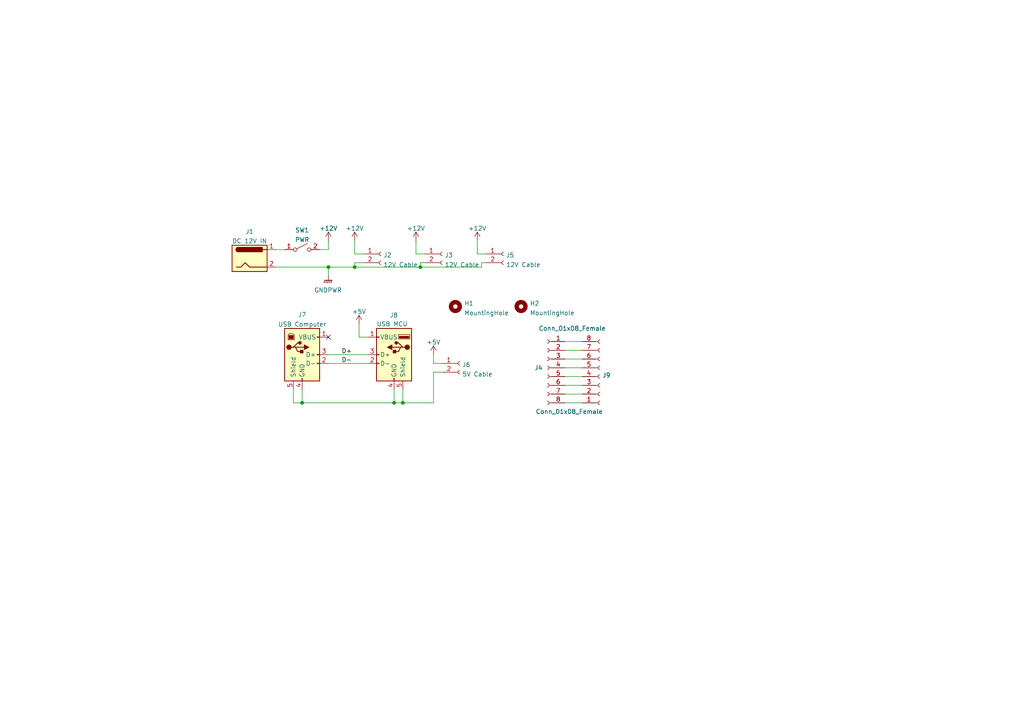
<source format=kicad_sch>
(kicad_sch (version 20211123) (generator eeschema)
  (paper "A4")
  (lib_symbols
    (symbol "Connector:Barrel_Jack" (pin_names (offset 1.016))
      (property "Reference" "J" (at 0 5.334 0))
      (property "Value" "Barrel_Jack" (at 0 -5.08 0))
      (symbol "Barrel_Jack_0_1"
        (rectangle (start -5.08 3.81) (end 5.08 -3.81) (stroke (width 0.254)) (fill (type background)))
        (arc (start -3.302 3.175) (mid -3.937 2.54) (end -3.302 1.905) (stroke (width 0.254)))
        (arc (start -3.302 3.175) (mid -3.937 2.54) (end -3.302 1.905) (stroke (width 0.254)) (fill (type outline)))
        (polyline (pts (xy 5.08 2.54) (xy 3.81 2.54)) (stroke (width 0.254)))
        (polyline (pts (xy -3.81 -2.54) (xy -2.54 -2.54) (xy -1.27 -1.27) (xy 0 -2.54) (xy 2.54 -2.54) (xy 5.08 -2.54)) (stroke (width 0.254)))
        (rectangle (start 3.683 3.175) (end -3.302 1.905) (stroke (width 0.254)) (fill (type outline)))
      )
      (symbol "Barrel_Jack_1_1"
        (pin passive line (at 7.62 2.54 180) (length 2.54) (name "~") (number "1"))
        (pin passive line (at 7.62 -2.54 180) (length 2.54) (name "~") (number "2"))
      )
    )
    (symbol "Connector:Conn_01x02_Female" (pin_names (offset 1.016) hide)
      (property "Reference" "J" (at 0 2.54 0))
      (property "Value" "Conn_01x02_Female" (at 0 -5.08 0))
      (symbol "Conn_01x02_Female_1_1"
        (arc (start 0 -2.032) (mid -0.508 -2.54) (end 0 -3.048) (stroke (width 0.1524)))
        (polyline (pts (xy -1.27 -2.54) (xy -0.508 -2.54)) (stroke (width 0.1524)))
        (polyline (pts (xy -1.27 0) (xy -0.508 0)) (stroke (width 0.1524)))
        (arc (start 0 0.508) (mid -0.508 0) (end 0 -0.508) (stroke (width 0.1524)))
        (pin passive line (at -5.08 0 0) (length 3.81) (name "Pin_1") (number "1"))
        (pin passive line (at -5.08 -2.54 0) (length 3.81) (name "Pin_2") (number "2"))
      )
    )
    (symbol "Connector:Conn_01x08_Female" (pin_names (offset 1.016) hide)
      (property "Reference" "J" (at 0 10.16 0))
      (property "Value" "Conn_01x08_Female" (at 0 -12.7 0))
      (symbol "Conn_01x08_Female_1_1"
        (arc (start 0 -9.652) (mid -0.508 -10.16) (end 0 -10.668) (stroke (width 0.1524)))
        (arc (start 0 -7.112) (mid -0.508 -7.62) (end 0 -8.128) (stroke (width 0.1524)))
        (arc (start 0 -4.572) (mid -0.508 -5.08) (end 0 -5.588) (stroke (width 0.1524)))
        (arc (start 0 -2.032) (mid -0.508 -2.54) (end 0 -3.048) (stroke (width 0.1524)))
        (polyline (pts (xy -1.27 -10.16) (xy -0.508 -10.16)) (stroke (width 0.1524)))
        (polyline (pts (xy -1.27 -7.62) (xy -0.508 -7.62)) (stroke (width 0.1524)))
        (polyline (pts (xy -1.27 -5.08) (xy -0.508 -5.08)) (stroke (width 0.1524)))
        (polyline (pts (xy -1.27 -2.54) (xy -0.508 -2.54)) (stroke (width 0.1524)))
        (polyline (pts (xy -1.27 0) (xy -0.508 0)) (stroke (width 0.1524)))
        (polyline (pts (xy -1.27 2.54) (xy -0.508 2.54)) (stroke (width 0.1524)))
        (polyline (pts (xy -1.27 5.08) (xy -0.508 5.08)) (stroke (width 0.1524)))
        (polyline (pts (xy -1.27 7.62) (xy -0.508 7.62)) (stroke (width 0.1524)))
        (arc (start 0 0.508) (mid -0.508 0) (end 0 -0.508) (stroke (width 0.1524)))
        (arc (start 0 3.048) (mid -0.508 2.54) (end 0 2.032) (stroke (width 0.1524)))
        (arc (start 0 5.588) (mid -0.508 5.08) (end 0 4.572) (stroke (width 0.1524)))
        (arc (start 0 8.128) (mid -0.508 7.62) (end 0 7.112) (stroke (width 0.1524)))
        (pin passive line (at -5.08 7.62 0) (length 3.81) (name "Pin_1") (number "1"))
        (pin passive line (at -5.08 5.08 0) (length 3.81) (name "Pin_2") (number "2"))
        (pin passive line (at -5.08 2.54 0) (length 3.81) (name "Pin_3") (number "3"))
        (pin passive line (at -5.08 0 0) (length 3.81) (name "Pin_4") (number "4"))
        (pin passive line (at -5.08 -2.54 0) (length 3.81) (name "Pin_5") (number "5"))
        (pin passive line (at -5.08 -5.08 0) (length 3.81) (name "Pin_6") (number "6"))
        (pin passive line (at -5.08 -7.62 0) (length 3.81) (name "Pin_7") (number "7"))
        (pin passive line (at -5.08 -10.16 0) (length 3.81) (name "Pin_8") (number "8"))
      )
    )
    (symbol "Connector:USB_A" (pin_names (offset 1.016))
      (property "Reference" "J" (at -5.08 11.43 0))
      (property "Value" "USB_A" (at -5.08 8.89 0))
      (symbol "USB_A_0_1"
        (rectangle (start -5.08 -7.62) (end 5.08 7.62) (stroke (width 0.254)) (fill (type background)))
        (circle (center -3.81 2.159) (radius 0.635) (stroke (width 0.254)) (fill (type outline)))
        (rectangle (start -1.524 4.826) (end -4.318 5.334) (fill (type outline)))
        (rectangle (start -1.27 4.572) (end -4.572 5.842))
        (circle (center -0.635 3.429) (radius 0.381) (stroke (width 0.254)) (fill (type outline)))
        (rectangle (start -0.127 -7.62) (end 0.127 -6.858))
        (polyline (pts (xy -3.175 2.159) (xy -2.54 2.159) (xy -1.27 3.429) (xy -0.635 3.429)) (stroke (width 0.254)))
        (polyline (pts (xy -2.54 2.159) (xy -1.905 2.159) (xy -1.27 0.889) (xy 0 0.889)) (stroke (width 0.254)))
        (polyline (pts (xy 0.635 2.794) (xy 0.635 1.524) (xy 1.905 2.159) (xy 0.635 2.794)) (stroke (width 0.254)) (fill (type outline)))
        (rectangle (start 0.254 1.27) (end -0.508 0.508) (stroke (width 0.254)) (fill (type outline)))
        (rectangle (start 5.08 -2.667) (end 4.318 -2.413))
        (rectangle (start 5.08 -0.127) (end 4.318 0.127))
        (rectangle (start 5.08 4.953) (end 4.318 5.207))
      )
      (symbol "USB_A_1_1"
        (polyline (pts (xy -1.905 2.159) (xy 0.635 2.159)) (stroke (width 0.254)))
        (pin power_in line (at 7.62 5.08 180) (length 2.54) (name "VBUS") (number "1"))
        (pin bidirectional line (at 7.62 -2.54 180) (length 2.54) (name "D-") (number "2"))
        (pin bidirectional line (at 7.62 0 180) (length 2.54) (name "D+") (number "3"))
        (pin power_in line (at 0 -10.16 90) (length 2.54) (name "GND") (number "4"))
        (pin passive line (at -2.54 -10.16 90) (length 2.54) (name "Shield") (number "5"))
      )
    )
    (symbol "Connector:USB_B" (pin_names (offset 1.016))
      (property "Reference" "J" (at -5.08 11.43 0))
      (property "Value" "USB_B" (at -5.08 8.89 0))
      (symbol "USB_B_0_1"
        (rectangle (start -5.08 -7.62) (end 5.08 7.62) (stroke (width 0.254)) (fill (type background)))
        (circle (center -3.81 2.159) (radius 0.635) (stroke (width 0.254)) (fill (type outline)))
        (rectangle (start -3.81 5.588) (end -2.54 4.572) (fill (type outline)))
        (circle (center -0.635 3.429) (radius 0.381) (stroke (width 0.254)) (fill (type outline)))
        (rectangle (start -0.127 -7.62) (end 0.127 -6.858))
        (polyline (pts (xy -1.905 2.159) (xy 0.635 2.159)) (stroke (width 0.254)))
        (polyline (pts (xy -3.175 2.159) (xy -2.54 2.159) (xy -1.27 3.429) (xy -0.635 3.429)) (stroke (width 0.254)))
        (polyline (pts (xy -2.54 2.159) (xy -1.905 2.159) (xy -1.27 0.889) (xy 0 0.889)) (stroke (width 0.254)))
        (polyline (pts (xy 0.635 2.794) (xy 0.635 1.524) (xy 1.905 2.159) (xy 0.635 2.794)) (stroke (width 0.254)) (fill (type outline)))
        (polyline (pts (xy -4.064 4.318) (xy -2.286 4.318) (xy -2.286 5.715) (xy -2.667 6.096) (xy -3.683 6.096) (xy -4.064 5.715) (xy -4.064 4.318)))
        (rectangle (start 0.254 1.27) (end -0.508 0.508) (stroke (width 0.254)) (fill (type outline)))
        (rectangle (start 5.08 -2.667) (end 4.318 -2.413))
        (rectangle (start 5.08 -0.127) (end 4.318 0.127))
        (rectangle (start 5.08 4.953) (end 4.318 5.207))
      )
      (symbol "USB_B_1_1"
        (pin power_out line (at 7.62 5.08 180) (length 2.54) (name "VBUS") (number "1"))
        (pin bidirectional line (at 7.62 -2.54 180) (length 2.54) (name "D-") (number "2"))
        (pin bidirectional line (at 7.62 0 180) (length 2.54) (name "D+") (number "3"))
        (pin power_out line (at 0 -10.16 90) (length 2.54) (name "GND") (number "4"))
        (pin passive line (at -2.54 -10.16 90) (length 2.54) (name "Shield") (number "5"))
      )
    )
    (symbol "Mechanical:MountingHole" (pin_names (offset 1.016))
      (property "Reference" "H" (at 0 5.08 0))
      (property "Value" "MountingHole" (at 0 3.175 0))
      (symbol "MountingHole_0_1"
        (circle (center 0 0) (radius 1.27) (stroke (width 1.27)))
      )
    )
    (symbol "Switch:SW_SPST" (pin_names (offset 0) hide)
      (property "Reference" "SW" (at 0 3.175 0))
      (property "Value" "SW_SPST" (at 0 -2.54 0))
      (symbol "SW_SPST_0_0"
        (circle (center -2.032 0) (radius 0.508))
        (polyline (pts (xy -1.524 0.254) (xy 1.524 1.778)))
        (circle (center 2.032 0) (radius 0.508))
      )
      (symbol "SW_SPST_1_1"
        (pin passive line (at -5.08 0 0) (length 2.54) (name "A") (number "1"))
        (pin passive line (at 5.08 0 180) (length 2.54) (name "B") (number "2"))
      )
    )
    (symbol "power:+12V" (power) (pin_names (offset 0))
      (property "Value" "+12V" (at 0 3.556 0))
      (symbol "+12V_0_1"
        (polyline (pts (xy -0.762 1.27) (xy 0 2.54)))
        (polyline (pts (xy 0 0) (xy 0 2.54)))
        (polyline (pts (xy 0 2.54) (xy 0.762 1.27)))
      )
      (symbol "+12V_1_1"
        (pin power_in line (at 0 0 90) (length 0) hide (name "+12V") (number "1"))
      )
    )
    (symbol "power:+5V" (power) (pin_names (offset 0))
      (property "Value" "+5V" (at 0 3.556 0))
      (symbol "+5V_0_1"
        (polyline (pts (xy -0.762 1.27) (xy 0 2.54)))
        (polyline (pts (xy 0 0) (xy 0 2.54)))
        (polyline (pts (xy 0 2.54) (xy 0.762 1.27)))
      )
      (symbol "+5V_1_1"
        (pin power_in line (at 0 0 90) (length 0) hide (name "+5V") (number "1"))
      )
    )
    (symbol "power:GNDPWR" (power) (pin_names (offset 0))
      (property "Value" "GNDPWR" (at 0 -3.302 0))
      (symbol "GNDPWR_0_1"
        (polyline (pts (xy 0 -1.27) (xy 0 0)))
        (polyline (pts (xy -1.016 -1.27) (xy -1.27 -2.032) (xy -1.27 -2.032)) (stroke (width 0.2032)))
        (polyline (pts (xy -0.508 -1.27) (xy -0.762 -2.032) (xy -0.762 -2.032)) (stroke (width 0.2032)))
        (polyline (pts (xy 0 -1.27) (xy -0.254 -2.032) (xy -0.254 -2.032)) (stroke (width 0.2032)))
        (polyline (pts (xy 0.508 -1.27) (xy 0.254 -2.032) (xy 0.254 -2.032)) (stroke (width 0.2032)))
        (polyline (pts (xy 1.016 -1.27) (xy -1.016 -1.27) (xy -1.016 -1.27)) (stroke (width 0.2032)))
        (polyline (pts (xy 1.016 -1.27) (xy 0.762 -2.032) (xy 0.762 -2.032) (xy 0.762 -2.032)) (stroke (width 0.2032)))
      )
      (symbol "GNDPWR_1_1"
        (pin power_in line (at 0 0 270) (length 0) hide (name "GNDPWR") (number "1"))
      )
    )
  )
  (junction (at 102.87 77.47))
  (junction (at 121.92 77.47))
  (junction (at 95.25 77.47))
  (junction (at 87.63 116.84))
  (junction (at 116.84 116.84))
  (junction (at 114.3 116.84))
  (no_connect (at 95.25 97.79))
  (wire (pts (xy 138.43 73.66) (xy 138.43 69.85)))
  (wire (pts (xy 163.83 116.84) (xy 168.91 116.84)))
  (wire (pts (xy 114.3 113.03) (xy 114.3 116.84)))
  (wire (pts (xy 105.41 73.66) (xy 102.87 73.66)))
  (wire (pts (xy 80.01 72.39) (xy 82.55 72.39)))
  (wire (pts (xy 163.83 99.06) (xy 168.91 99.06)))
  (wire (pts (xy 125.73 105.41) (xy 125.73 102.87)))
  (wire (pts (xy 92.71 72.39) (xy 95.25 72.39)))
  (wire (pts (xy 80.01 77.47) (xy 95.25 77.47)))
  (wire (pts (xy 125.73 107.95) (xy 128.27 107.95)))
  (wire (pts (xy 120.65 73.66) (xy 120.65 69.85)))
  (wire (pts (xy 95.25 77.47) (xy 95.25 80.01)))
  (wire (pts (xy 123.19 73.66) (xy 120.65 73.66)))
  (wire (pts (xy 128.27 105.41) (xy 125.73 105.41)))
  (wire (pts (xy 87.63 116.84) (xy 114.3 116.84)))
  (wire (pts (xy 114.3 116.84) (xy 116.84 116.84)))
  (wire (pts (xy 116.84 116.84) (xy 125.73 116.84)))
  (wire (pts (xy 106.68 97.79) (xy 104.14 97.79)))
  (wire (pts (xy 87.63 113.03) (xy 87.63 116.84)))
  (wire (pts (xy 121.92 76.2) (xy 121.92 77.47)))
  (wire (pts (xy 85.09 116.84) (xy 87.63 116.84)))
  (wire (pts (xy 102.87 76.2) (xy 102.87 77.47)))
  (wire (pts (xy 139.7 77.47) (xy 121.92 77.47)))
  (wire (pts (xy 95.25 72.39) (xy 95.25 69.85)))
  (wire (pts (xy 163.83 111.76) (xy 168.91 111.76)))
  (wire (pts (xy 85.09 113.03) (xy 85.09 116.84)))
  (wire (pts (xy 105.41 76.2) (xy 102.87 76.2)))
  (wire (pts (xy 104.14 97.79) (xy 104.14 93.98)))
  (wire (pts (xy 163.83 101.6) (xy 168.91 101.6)))
  (wire (pts (xy 163.83 109.22) (xy 168.91 109.22)))
  (wire (pts (xy 95.25 102.87) (xy 106.68 102.87)))
  (wire (pts (xy 125.73 116.84) (xy 125.73 107.95)))
  (wire (pts (xy 140.97 76.2) (xy 139.7 76.2)))
  (wire (pts (xy 102.87 73.66) (xy 102.87 69.85)))
  (wire (pts (xy 123.19 76.2) (xy 121.92 76.2)))
  (wire (pts (xy 140.97 73.66) (xy 138.43 73.66)))
  (wire (pts (xy 139.7 76.2) (xy 139.7 77.47)))
  (wire (pts (xy 163.83 104.14) (xy 168.91 104.14)))
  (wire (pts (xy 95.25 105.41) (xy 106.68 105.41)))
  (wire (pts (xy 95.25 77.47) (xy 102.87 77.47)))
  (wire (pts (xy 163.83 106.68) (xy 168.91 106.68)))
  (wire (pts (xy 102.87 77.47) (xy 121.92 77.47)))
  (wire (pts (xy 163.83 114.3) (xy 168.91 114.3)))
  (wire (pts (xy 116.84 113.03) (xy 116.84 116.84)))
  (label "D-" (at 99.06 105.41 0))
  (label "D+" (at 99.06 102.87 0))
  (symbol (lib_id "Connector:Conn_01x02_Female") (at 128.27 73.66 0) (unit 1)
    (property "Reference" "J3" (at 128.9812 74.0215 0) (effects (justify left)))
    (property "Value" "12V Cable" (at 128.9812 76.7966 0) (effects (justify left)))
    (property "Footprint" "Library:Solder_Cables" (effects hide))
  )
  (symbol (lib_id "Connector:Conn_01x02_Female") (at 146.05 73.66 0) (unit 1)
    (property "Reference" "J5" (at 146.7612 74.0215 0) (effects (justify left)))
    (property "Value" "12V Cable" (at 146.7612 76.7966 0) (effects (justify left)))
    (property "Footprint" "Library:Solder_Cables" (effects hide))
  )
  (symbol (lib_id "power:+12V") (at 120.65 69.85 0) (unit 1)
    (property "Reference" "#PWR0103" (effects hide))
    (property "Value" "+12V" (at 120.65 66.2455 0))
  )
  (symbol (lib_id "Connector:USB_A") (at 114.3 102.87 0) (mirror y) (unit 1)
    (property "Reference" "J8" (at 113.03 91.44 0) (effects (justify right)))
    (property "Value" "USB MCU" (at 109.22 93.98 0) (effects (justify right)))
    (property "Footprint" "Connector_USB:USB_A_CONNFLY_DS1095-WNR0" (effects hide))
    (property "Datasheet" " ~" (effects hide))
  )
  (symbol (lib_id "Switch:SW_SPST") (at 87.63 72.39 0) (unit 1)
    (property "Reference" "SW1" (at 87.63 66.7725 0))
    (property "Value" "PWR" (at 87.63 69.5476 0))
    (property "Footprint" "Library:Solder_Cables" (effects hide))
  )
  (symbol (lib_id "power:+5V") (at 125.73 102.87 0) (unit 1)
    (property "Reference" "#PWR0107" (effects hide))
    (property "Value" "+5V" (at 125.73 99.2655 0))
  )
  (symbol (lib_id "Connector:Barrel_Jack") (at 72.39 74.93 0) (unit 1)
    (property "Reference" "J1" (at 72.39 67.1535 0))
    (property "Value" "DC 12V IN" (at 72.39 69.9286 0))
    (property "Footprint" "Connector_BarrelJack:BarrelJack_SwitchcraftConxall_RAPC10U_Horizontal" (effects hide))
  )
  (symbol (lib_id "Connector:Conn_01x08_Female") (at 158.75 106.68 0) (mirror y) (unit 1)
    (property "Reference" "J4" (at 156.21 106.68 0))
    (property "Value" "Conn_01x08_Female" (at 165.1 119.38 0))
    (property "Footprint" "Connector_JST:JST_XH_B8B-XH-A_1x08_P2.50mm_Vertical" (effects hide))
  )
  (symbol (lib_id "power:GNDPWR") (at 95.25 80.01 0) (unit 1)
    (property "Reference" "#PWR0104" (effects hide))
    (property "Value" "GNDPWR" (at 95.123 84.1661 0))
  )
  (symbol (lib_id "Mechanical:MountingHole") (at 151.13 88.9 0) (unit 1)
    (property "Reference" "H2" (at 153.67 87.9915 0) (effects (justify left)))
    (property "Value" "MountingHole" (at 153.67 90.7666 0) (effects (justify left)))
    (property "Footprint" "MountingHole:MountingHole_3.2mm_M3_Pad_Via" (effects hide))
  )
  (symbol (lib_id "Connector:USB_B") (at 87.63 102.87 0) (unit 1)
    (property "Reference" "J7" (at 87.63 91.2835 0))
    (property "Value" "USB Computer" (at 87.63 94.0586 0))
    (property "Footprint" "Connector_USB:USB_B_Lumberg_2411_02_Horizontal" (effects hide))
    (property "Datasheet" " ~" (effects hide))
  )
  (symbol (lib_id "power:+12V") (at 102.87 69.85 0) (unit 1)
    (property "Reference" "#PWR0102" (effects hide))
    (property "Value" "+12V" (at 102.87 66.2455 0))
  )
  (symbol (lib_id "power:+12V") (at 138.43 69.85 0) (unit 1)
    (property "Reference" "#PWR0106" (effects hide))
    (property "Value" "+12V" (at 138.43 66.2455 0))
  )
  (symbol (lib_id "Mechanical:MountingHole") (at 132.08 88.9 0) (unit 1)
    (property "Reference" "H1" (at 134.62 87.9915 0) (effects (justify left)))
    (property "Value" "MountingHole" (at 134.62 90.7666 0) (effects (justify left)))
    (property "Footprint" "MountingHole:MountingHole_3.2mm_M3_Pad_Via" (effects hide))
  )
  (symbol (lib_id "Connector:Conn_01x08_Female") (at 173.99 109.22 0) (mirror x) (unit 1)
    (property "Reference" "J9" (at 174.7012 108.8585 0) (effects (justify left)))
    (property "Value" "Conn_01x08_Female" (at 156.21 95.25 0) (effects (justify left)))
    (property "Footprint" "Connector_JST:JST_XH_B8B-XH-A_1x08_P2.50mm_Vertical" (effects hide))
  )
  (symbol (lib_id "Connector:Conn_01x02_Female") (at 133.35 105.41 0) (unit 1)
    (property "Reference" "J6" (at 134.0612 105.7715 0) (effects (justify left)))
    (property "Value" "5V Cable" (at 134.0612 108.5466 0) (effects (justify left)))
    (property "Footprint" "Library:Solder_Cables" (effects hide))
  )
  (symbol (lib_id "power:+5V") (at 104.14 93.98 0) (unit 1)
    (property "Reference" "#PWR0105" (effects hide))
    (property "Value" "+5V" (at 104.14 90.3755 0))
  )
  (symbol (lib_id "Connector:Conn_01x02_Female") (at 110.49 73.66 0) (unit 1)
    (property "Reference" "J2" (at 111.2012 74.0215 0) (effects (justify left)))
    (property "Value" "12V Cable" (at 111.2012 76.7966 0) (effects (justify left)))
    (property "Footprint" "Library:Solder_Cables" (effects hide))
  )
  (symbol (lib_id "power:+12V") (at 95.25 69.85 0) (unit 1)
    (property "Reference" "#PWR0101" (effects hide))
    (property "Value" "+12V" (at 95.25 66.2455 0))
  )
)
</source>
